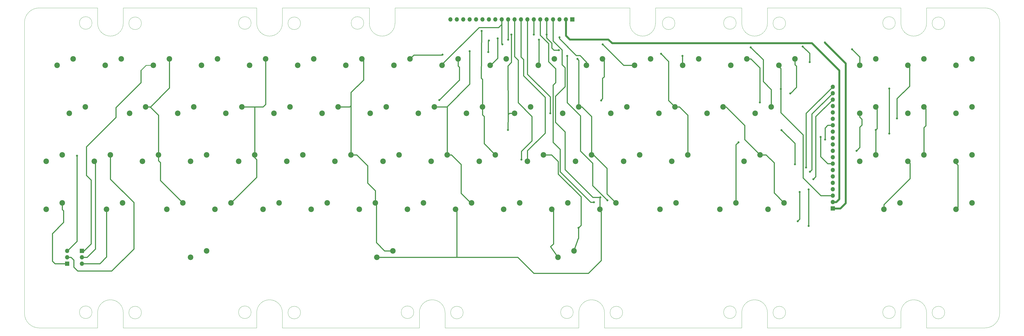
<source format=gbl>
G04 #@! TF.GenerationSoftware,KiCad,Pcbnew,(5.1.5)-3*
G04 #@! TF.CreationDate,2020-08-08T22:19:47-04:00*
G04 #@! TF.ProjectId,petkb,7065746b-622e-46b6-9963-61645f706362,rev?*
G04 #@! TF.SameCoordinates,Original*
G04 #@! TF.FileFunction,Copper,L2,Bot*
G04 #@! TF.FilePolarity,Positive*
%FSLAX46Y46*%
G04 Gerber Fmt 4.6, Leading zero omitted, Abs format (unit mm)*
G04 Created by KiCad (PCBNEW (5.1.5)-3) date 2020-08-08 22:19:47*
%MOMM*%
%LPD*%
G04 APERTURE LIST*
%ADD10C,0.050000*%
%ADD11C,2.200000*%
%ADD12O,1.700000X1.700000*%
%ADD13R,1.700000X1.700000*%
%ADD14C,0.800000*%
%ADD15C,0.400000*%
%ADD16C,0.250000*%
%ADD17C,0.750000*%
G04 APERTURE END LIST*
D10*
X256667000Y-27813000D02*
X236474000Y-27813000D01*
X266827000Y-27813000D02*
X300990000Y-27813000D01*
X256667000Y-33909000D02*
X256667000Y-27813000D01*
X266827000Y-27813000D02*
X266827000Y-33909000D01*
X266827000Y-33909000D02*
G75*
G02X256667000Y-33909000I-5080000J0D01*
G01*
X163703000Y-27813000D02*
X183515000Y-27813000D01*
X119126000Y-27813000D02*
X153543000Y-27813000D01*
X151344000Y-33782000D02*
G75*
G03X151344000Y-33782000I-2500000J0D01*
G01*
X163703000Y-33909000D02*
G75*
G02X153543000Y-33909000I-5080000J0D01*
G01*
X253833000Y-148717000D02*
G75*
G03X253833000Y-148717000I-2500000J0D01*
G01*
X43775000Y-148590000D02*
G75*
G03X43775000Y-148590000I-2500000J0D01*
G01*
X274534000Y-33909000D02*
G75*
G03X274534000Y-33909000I-2500000J0D01*
G01*
X361783000Y-33782000D02*
G75*
G03X361783000Y-33782000I-2500000J0D01*
G01*
X381341000Y-33909000D02*
G75*
G03X381341000Y-33909000I-2500000J0D01*
G01*
X298791000Y-33782000D02*
G75*
G03X298791000Y-33782000I-2500000J0D01*
G01*
X318349000Y-33909000D02*
G75*
G03X318349000Y-33909000I-2500000J0D01*
G01*
X106767000Y-33782000D02*
G75*
G03X106767000Y-33782000I-2500000J0D01*
G01*
X126325000Y-33909000D02*
G75*
G03X126325000Y-33909000I-2500000J0D01*
G01*
X63333000Y-148717000D02*
G75*
G03X63333000Y-148717000I-2500000J0D01*
G01*
X171156000Y-148590000D02*
G75*
G03X171156000Y-148590000I-2500000J0D01*
G01*
X190714000Y-148717000D02*
G75*
G03X190714000Y-148717000I-2500000J0D01*
G01*
X298791000Y-148590000D02*
G75*
G03X298791000Y-148590000I-2500000J0D01*
G01*
X318349000Y-148717000D02*
G75*
G03X318349000Y-148717000I-2500000J0D01*
G01*
X43775000Y-33782000D02*
G75*
G03X43775000Y-33782000I-2500000J0D01*
G01*
X63333000Y-33909000D02*
G75*
G03X63333000Y-33909000I-2500000J0D01*
G01*
X106767000Y-148590000D02*
G75*
G03X106767000Y-148590000I-2500000J0D01*
G01*
X126325000Y-148717000D02*
G75*
G03X126325000Y-148717000I-2500000J0D01*
G01*
X234275000Y-148590000D02*
G75*
G03X234275000Y-148590000I-2500000J0D01*
G01*
X361783000Y-148590000D02*
G75*
G03X361783000Y-148590000I-2500000J0D01*
G01*
X381341000Y-148717000D02*
G75*
G03X381341000Y-148717000I-2500000J0D01*
G01*
X397256000Y-27813000D02*
X374142000Y-27813000D01*
X403098000Y-148971000D02*
X403098000Y-33655000D01*
X397256000Y-154813000D02*
X374142000Y-154813000D01*
X22860000Y-154813000D02*
X45974000Y-154813000D01*
X17018000Y-33655000D02*
X17018000Y-148971000D01*
X22860000Y-27813000D02*
X45974000Y-27813000D01*
X17018000Y-33655000D02*
G75*
G02X22860000Y-27813000I5842000J0D01*
G01*
X22860000Y-154813000D02*
G75*
G02X17018000Y-148971000I0J5842000D01*
G01*
X403098000Y-148971000D02*
G75*
G02X397256000Y-154813000I-5842000J0D01*
G01*
X397256000Y-27813000D02*
G75*
G02X403098000Y-33655000I0J-5842000D01*
G01*
X311150000Y-154813000D02*
X363982000Y-154813000D01*
X246634000Y-154813000D02*
X300990000Y-154813000D01*
X183515000Y-154813000D02*
X236474000Y-154813000D01*
X119126000Y-154813000D02*
X173355000Y-154813000D01*
X56134000Y-154813000D02*
X108966000Y-154813000D01*
X374142000Y-148717000D02*
X374142000Y-154813000D01*
X363982000Y-148717000D02*
X363982000Y-154813000D01*
X311150000Y-148717000D02*
X311150000Y-154813000D01*
X300990000Y-148717000D02*
X300990000Y-154813000D01*
X246634000Y-148717000D02*
X246634000Y-154813000D01*
X236474000Y-148717000D02*
X236474000Y-154813000D01*
X183515000Y-148717000D02*
X183515000Y-154813000D01*
X173355000Y-148717000D02*
X173355000Y-154813000D01*
X119126000Y-148717000D02*
X119126000Y-154813000D01*
X108966000Y-148717000D02*
X108966000Y-154813000D01*
X56134000Y-148717000D02*
X56134000Y-154813000D01*
X45974000Y-148717000D02*
X45974000Y-154813000D01*
X45974000Y-148717000D02*
G75*
G02X56134000Y-148717000I5080000J0D01*
G01*
X108966000Y-148717000D02*
G75*
G02X119126000Y-148717000I5080000J0D01*
G01*
X173355000Y-148717000D02*
G75*
G02X183515000Y-148717000I5080000J0D01*
G01*
X236474000Y-148717000D02*
G75*
G02X246634000Y-148717000I5080000J0D01*
G01*
X300990000Y-148717000D02*
G75*
G02X311150000Y-148717000I5080000J0D01*
G01*
X363982000Y-148717000D02*
G75*
G02X374142000Y-148717000I5080000J0D01*
G01*
X311150000Y-27813000D02*
X363982000Y-27813000D01*
X183515000Y-27813000D02*
X236474000Y-27813000D01*
X56134000Y-27813000D02*
X108966000Y-27813000D01*
X108966000Y-33909000D02*
X108966000Y-27813000D01*
X119126000Y-33909000D02*
X119126000Y-27813000D01*
X153543000Y-33909000D02*
X153543000Y-27813000D01*
X163703000Y-33909000D02*
X163703000Y-27813000D01*
X300990000Y-33909000D02*
X300990000Y-27813000D01*
X311150000Y-33909000D02*
X311150000Y-27813000D01*
X45974000Y-33909000D02*
X45974000Y-27813000D01*
X56134000Y-33909000D02*
X56134000Y-27813000D01*
X56134000Y-33909000D02*
G75*
G02X45974000Y-33909000I-5080000J0D01*
G01*
X119126000Y-33909000D02*
G75*
G02X108966000Y-33909000I-5080000J0D01*
G01*
X311150000Y-33909000D02*
G75*
G02X300990000Y-33909000I-5080000J0D01*
G01*
X374142000Y-33909000D02*
G75*
G02X363982000Y-33909000I-5080000J0D01*
G01*
X363982000Y-33909000D02*
X363982000Y-27813000D01*
X374142000Y-33909000D02*
X374142000Y-27813000D01*
D11*
X392176000Y-86106000D03*
X385826000Y-88646000D03*
X315722000Y-50546000D03*
X322072000Y-48006000D03*
X245872000Y-48006000D03*
X239522000Y-50546000D03*
D12*
X336994500Y-59118500D03*
X336994500Y-61658500D03*
X336994500Y-64198500D03*
X336994500Y-66738500D03*
X336994500Y-69278500D03*
X336994500Y-71818500D03*
X336994500Y-74358500D03*
X336994500Y-76898500D03*
X336994500Y-79438500D03*
X336994500Y-81978500D03*
X336994500Y-84518500D03*
X336994500Y-87058500D03*
X336994500Y-89598500D03*
X336994500Y-92138500D03*
X336994500Y-94678500D03*
X336994500Y-97218500D03*
X336994500Y-99758500D03*
X336994500Y-102298500D03*
X336994500Y-104838500D03*
D13*
X336994500Y-107378500D03*
D11*
X156527500Y-126746000D03*
X162877500Y-124206000D03*
X82740500Y-126746000D03*
X89090500Y-124206000D03*
D12*
X33909000Y-124206000D03*
X33909000Y-126746000D03*
D13*
X33909000Y-129286000D03*
D12*
X39751000Y-129286000D03*
X39751000Y-126746000D03*
D13*
X39751000Y-124206000D03*
D12*
X185674000Y-32385000D03*
X188214000Y-32385000D03*
X190754000Y-32385000D03*
X193294000Y-32385000D03*
X195834000Y-32385000D03*
X198374000Y-32385000D03*
X200914000Y-32385000D03*
X203454000Y-32385000D03*
X205994000Y-32385000D03*
X208534000Y-32385000D03*
X211074000Y-32385000D03*
X213614000Y-32385000D03*
X216154000Y-32385000D03*
X218694000Y-32385000D03*
X221234000Y-32385000D03*
X223774000Y-32385000D03*
X226314000Y-32385000D03*
X228854000Y-32385000D03*
X231394000Y-32385000D03*
D13*
X233934000Y-32385000D03*
D11*
X211074000Y-69596000D03*
X217424000Y-67056000D03*
X230124000Y-69596000D03*
X236474000Y-67056000D03*
X347726000Y-50546000D03*
X354076000Y-48006000D03*
X168656000Y-107696000D03*
X175006000Y-105156000D03*
X235204000Y-88646000D03*
X241554000Y-86106000D03*
X222504000Y-86106000D03*
X216154000Y-88646000D03*
X228219000Y-126746000D03*
X234569000Y-124206000D03*
X63754000Y-88646000D03*
X70104000Y-86106000D03*
X385826000Y-107696000D03*
X392176000Y-105156000D03*
X44704000Y-88646000D03*
X51054000Y-86106000D03*
X115824000Y-69596000D03*
X122174000Y-67056000D03*
X198374000Y-67056000D03*
X192024000Y-69596000D03*
X103124000Y-67056000D03*
X96774000Y-69596000D03*
X312674000Y-67056000D03*
X306324000Y-69596000D03*
X268224000Y-69596000D03*
X274574000Y-67056000D03*
X58674000Y-69596000D03*
X65024000Y-67056000D03*
X84074000Y-67056000D03*
X77724000Y-69596000D03*
X160274000Y-67056000D03*
X153924000Y-69596000D03*
X249174000Y-69596000D03*
X255524000Y-67056000D03*
X179324000Y-67056000D03*
X172974000Y-69596000D03*
X134874000Y-69596000D03*
X141224000Y-67056000D03*
X287274000Y-69596000D03*
X293624000Y-67056000D03*
X34798000Y-69596000D03*
X41148000Y-67056000D03*
X301879000Y-88646000D03*
X308229000Y-86106000D03*
X49530000Y-107696000D03*
X55880000Y-105156000D03*
X268605000Y-107696000D03*
X274955000Y-105156000D03*
X357251000Y-107696000D03*
X363601000Y-105156000D03*
X207772000Y-48006000D03*
X201422000Y-50546000D03*
X144272000Y-50546000D03*
X150622000Y-48006000D03*
X93472000Y-48006000D03*
X87122000Y-50546000D03*
X29972000Y-50546000D03*
X36322000Y-48006000D03*
X354076000Y-86106000D03*
X347726000Y-88646000D03*
X244856000Y-107696000D03*
X251206000Y-105156000D03*
X311404000Y-107696000D03*
X317754000Y-105156000D03*
X194056000Y-105156000D03*
X187706000Y-107696000D03*
X98806000Y-105156000D03*
X92456000Y-107696000D03*
X25654000Y-107696000D03*
X32004000Y-105156000D03*
X373126000Y-86106000D03*
X366776000Y-88646000D03*
X292354000Y-107696000D03*
X298704000Y-105156000D03*
X213106000Y-105156000D03*
X206756000Y-107696000D03*
X136906000Y-105156000D03*
X130556000Y-107696000D03*
X73406000Y-107696000D03*
X79756000Y-105156000D03*
X232156000Y-105156000D03*
X225806000Y-107696000D03*
X149606000Y-107696000D03*
X155956000Y-105156000D03*
X117856000Y-105156000D03*
X111506000Y-107696000D03*
X354076000Y-67056000D03*
X347726000Y-69596000D03*
X392176000Y-67056000D03*
X385826000Y-69596000D03*
X254254000Y-88646000D03*
X260604000Y-86106000D03*
X184404000Y-86106000D03*
X178054000Y-88646000D03*
X139954000Y-88646000D03*
X146304000Y-86106000D03*
X108204000Y-86106000D03*
X101854000Y-88646000D03*
X373126000Y-67056000D03*
X366776000Y-69596000D03*
X203454000Y-86106000D03*
X197104000Y-88646000D03*
X273304000Y-88646000D03*
X279654000Y-86106000D03*
X165354000Y-86106000D03*
X159004000Y-88646000D03*
X120904000Y-88646000D03*
X127254000Y-86106000D03*
X89154000Y-86106000D03*
X82804000Y-88646000D03*
X25654000Y-88646000D03*
X32004000Y-86106000D03*
X392176000Y-48006000D03*
X385826000Y-50546000D03*
X283972000Y-48006000D03*
X277622000Y-50546000D03*
X226822000Y-48006000D03*
X220472000Y-50546000D03*
X163322000Y-50546000D03*
X169672000Y-48006000D03*
X112522000Y-48006000D03*
X106172000Y-50546000D03*
X49022000Y-50546000D03*
X55372000Y-48006000D03*
X303022000Y-48006000D03*
X296672000Y-50546000D03*
X366776000Y-50546000D03*
X373126000Y-48006000D03*
X264922000Y-48006000D03*
X258572000Y-50546000D03*
X182372000Y-50546000D03*
X188722000Y-48006000D03*
X131572000Y-48006000D03*
X125222000Y-50546000D03*
X68072000Y-50546000D03*
X74422000Y-48006000D03*
D14*
X354076000Y-76200000D03*
X304546000Y-43434000D03*
X204343000Y-39878000D03*
X228790500Y-39497000D03*
X316420500Y-59944000D03*
X37846000Y-86487000D03*
X200660000Y-45339000D03*
X200914000Y-40767000D03*
X299656500Y-81153000D03*
X333946500Y-80073500D03*
X235902500Y-48069500D03*
X236347000Y-115062000D03*
X197993000Y-36957000D03*
X308165500Y-65341500D03*
X245300500Y-64516000D03*
X320167000Y-61722000D03*
X269017750Y-46005750D03*
X193294000Y-44958000D03*
X325120000Y-43116500D03*
X327850500Y-49276000D03*
X181229000Y-64389000D03*
X182499000Y-46355000D03*
X329311000Y-95758000D03*
X327977500Y-92837000D03*
X326453500Y-91122500D03*
X244983000Y-102997000D03*
X223774000Y-38354000D03*
X228600000Y-44577000D03*
X247777000Y-104140000D03*
X231902000Y-46863000D03*
X323913500Y-100901500D03*
X323183250Y-112426750D03*
X242443000Y-104902000D03*
X327469500Y-99885500D03*
X327469500Y-114363500D03*
X218694000Y-38354000D03*
X209804000Y-38354000D03*
X208407000Y-76200000D03*
X346392500Y-84518500D03*
X322008500Y-89852500D03*
X316738000Y-76327000D03*
X225171000Y-69596000D03*
X332232000Y-78994000D03*
X213741000Y-88011000D03*
X208534000Y-40386000D03*
X220726000Y-40386000D03*
X277495000Y-46863000D03*
X359410000Y-77660500D03*
X359410000Y-59817000D03*
X344678000Y-44196000D03*
X206248000Y-42291000D03*
X362458000Y-71628000D03*
X245935500Y-42291000D03*
X333883000Y-41529000D03*
D15*
X354076000Y-86106000D02*
X354076000Y-76200000D01*
X354076000Y-76200000D02*
X354584000Y-75692000D01*
X354584000Y-67564000D02*
X354076000Y-67056000D01*
X354584000Y-75692000D02*
X354584000Y-67564000D01*
X312674000Y-67056000D02*
X312674000Y-60198000D01*
X312674000Y-60198000D02*
X309499000Y-57023000D01*
X309499000Y-57023000D02*
X309499000Y-48387000D01*
X304546000Y-43434000D02*
X309499000Y-48387000D01*
X373126000Y-86106000D02*
X373126000Y-75311000D01*
X373126000Y-75311000D02*
X373888000Y-74549000D01*
X373888000Y-67818000D02*
X373126000Y-67056000D01*
X373888000Y-74549000D02*
X373888000Y-67818000D01*
X201422000Y-50546000D02*
X201549000Y-50546000D01*
X204343000Y-47752000D02*
X204343000Y-39878000D01*
X201549000Y-50546000D02*
X204343000Y-47752000D01*
X315722000Y-50546000D02*
X315722000Y-51181000D01*
X315722000Y-51181000D02*
X316420500Y-51879500D01*
X228790500Y-39497000D02*
X228790500Y-40005000D01*
X228790500Y-40005000D02*
X235458000Y-46672500D01*
X235458000Y-46672500D02*
X236918500Y-46672500D01*
X239522000Y-49276000D02*
X239522000Y-50546000D01*
X236918500Y-46672500D02*
X239522000Y-49276000D01*
X316420500Y-51879500D02*
X316420500Y-59944000D01*
X332295500Y-102298500D02*
X336994500Y-102298500D01*
X325247000Y-95250000D02*
X332295500Y-102298500D01*
X325247000Y-78168500D02*
X325247000Y-95250000D01*
X316420500Y-69342000D02*
X325247000Y-78168500D01*
X316420500Y-59944000D02*
X316420500Y-69342000D01*
X247650000Y-101600000D02*
X251206000Y-105156000D01*
X247650000Y-91440000D02*
X247650000Y-101600000D01*
X33909000Y-124206000D02*
X34036000Y-124206000D01*
X37846000Y-120396000D02*
X34036000Y-124206000D01*
X37846000Y-86487000D02*
X37846000Y-120396000D01*
X241554000Y-86106000D02*
X241554000Y-70866000D01*
X237744000Y-67056000D02*
X236474000Y-67056000D01*
X241554000Y-70866000D02*
X237744000Y-67056000D01*
X200660000Y-45339000D02*
X200660000Y-41021000D01*
D16*
X200660000Y-41021000D02*
X200914000Y-40767000D01*
D15*
X236474000Y-48641000D02*
X236474000Y-67056000D01*
X241554000Y-86106000D02*
X242316000Y-86106000D01*
X242316000Y-86106000D02*
X247650000Y-91440000D01*
X298704000Y-105156000D02*
X298704000Y-82105500D01*
X298704000Y-82105500D02*
X299656500Y-81153000D01*
X335026000Y-74358500D02*
X336994500Y-74358500D01*
X333946500Y-80073500D02*
X333946500Y-75438000D01*
X333946500Y-75438000D02*
X335026000Y-74358500D01*
X235902500Y-48069500D02*
X236474000Y-48641000D01*
X236347000Y-115062000D02*
X237363000Y-114046000D01*
X237363000Y-114046000D02*
X237363000Y-113538000D01*
X234569000Y-124206000D02*
X234569000Y-123952000D01*
X234569000Y-123952000D02*
X236220000Y-119380000D01*
X237363000Y-113538000D02*
X237363000Y-102743000D01*
X228346000Y-88773000D02*
X225679000Y-86106000D01*
X225679000Y-86106000D02*
X222504000Y-86106000D01*
X228346000Y-93726000D02*
X228346000Y-88773000D01*
X237363000Y-102743000D02*
X228346000Y-93726000D01*
X198374000Y-56134000D02*
X198374000Y-67056000D01*
X197993000Y-36957000D02*
X197866000Y-55626000D01*
X197866000Y-55626000D02*
X198374000Y-56134000D01*
X198374000Y-67056000D02*
X198374000Y-70231000D01*
X198374000Y-70231000D02*
X199009000Y-70866000D01*
X199009000Y-81661000D02*
X203454000Y-86106000D01*
X199009000Y-70866000D02*
X199009000Y-81661000D01*
X236347000Y-115062000D02*
X236347000Y-119253000D01*
X236347000Y-119253000D02*
X236220000Y-119380000D01*
X304577634Y-48006000D02*
X308165500Y-51593866D01*
X303022000Y-48006000D02*
X304577634Y-48006000D01*
X308165500Y-51593866D02*
X308165500Y-65341500D01*
X245872000Y-62865000D02*
X245872000Y-55753000D01*
X245872000Y-55753000D02*
X246507000Y-55118000D01*
X246507000Y-48641000D02*
X245872000Y-48006000D01*
X246507000Y-55118000D02*
X246507000Y-48641000D01*
X245872000Y-62865000D02*
X245872000Y-63817500D01*
X245872000Y-63817500D02*
X245300500Y-64389000D01*
X245300500Y-64389000D02*
X245300500Y-64516000D01*
X308229000Y-86106000D02*
X310642000Y-86106000D01*
X310642000Y-86106000D02*
X313817000Y-89281000D01*
X313817000Y-101219000D02*
X317754000Y-105156000D01*
X313817000Y-89281000D02*
X313817000Y-101219000D01*
X293624000Y-67056000D02*
X294767000Y-67056000D01*
X294767000Y-67056000D02*
X302133000Y-74422000D01*
X302133000Y-80010000D02*
X308229000Y-86106000D01*
X302133000Y-74422000D02*
X302133000Y-80010000D01*
X274574000Y-67056000D02*
X276352000Y-67056000D01*
X279654000Y-70358000D02*
X279654000Y-86106000D01*
X276352000Y-67056000D02*
X279654000Y-70358000D01*
X322072000Y-48006000D02*
X322072000Y-50355500D01*
X322072000Y-50355500D02*
X322643500Y-50927000D01*
X322643500Y-50927000D02*
X322643500Y-59309000D01*
X322643500Y-59309000D02*
X320230500Y-61722000D01*
X320230500Y-61722000D02*
X320167000Y-61722000D01*
X272034000Y-64516000D02*
X274574000Y-67056000D01*
X272034000Y-49022000D02*
X272034000Y-64516000D01*
X269017750Y-46005750D02*
X272034000Y-49022000D01*
X184404000Y-86106000D02*
X184404000Y-70104000D01*
X181356000Y-67056000D02*
X179324000Y-67056000D01*
X194056000Y-105156000D02*
X193675000Y-105156000D01*
X193675000Y-105156000D02*
X189865000Y-101346000D01*
X189865000Y-101346000D02*
X189865000Y-89916000D01*
X186055000Y-86106000D02*
X184404000Y-86106000D01*
X189865000Y-89916000D02*
X186055000Y-86106000D01*
X179324000Y-67056000D02*
X182626000Y-67056000D01*
X184404000Y-70104000D02*
X184404000Y-68834000D01*
X193294000Y-58039000D02*
X184277000Y-67056000D01*
X193294000Y-44958000D02*
X193294000Y-58039000D01*
X184277000Y-67056000D02*
X182626000Y-67056000D01*
X184404000Y-68834000D02*
X184404000Y-67183000D01*
X184404000Y-67183000D02*
X184277000Y-67056000D01*
X327850500Y-45847000D02*
X327691750Y-45688250D01*
X327850500Y-49276000D02*
X327850500Y-45847000D01*
X325120000Y-43116500D02*
X327691750Y-45688250D01*
X156337000Y-105537000D02*
X155956000Y-105156000D01*
X156337000Y-120396000D02*
X156337000Y-105537000D01*
X155956000Y-105156000D02*
X155956000Y-100330000D01*
X155956000Y-100330000D02*
X152908000Y-97282000D01*
X152908000Y-97282000D02*
X152908000Y-90424000D01*
X148590000Y-86106000D02*
X146304000Y-86106000D01*
X152908000Y-90424000D02*
X148590000Y-86106000D01*
X141224000Y-67056000D02*
X143510000Y-67056000D01*
X146304000Y-69850000D02*
X146304000Y-86106000D01*
X146304000Y-69850000D02*
X146304000Y-66548000D01*
X146304000Y-66548000D02*
X146304000Y-61341000D01*
X151257000Y-56388000D02*
X151257000Y-48641000D01*
X151257000Y-48641000D02*
X150622000Y-48006000D01*
X146304000Y-61341000D02*
X151257000Y-56388000D01*
X188722000Y-48006000D02*
X188722000Y-50800000D01*
X188722000Y-50800000D02*
X189230000Y-51308000D01*
X189230000Y-51308000D02*
X189230000Y-56515000D01*
X189230000Y-56515000D02*
X189103000Y-56515000D01*
X189103000Y-56515000D02*
X181229000Y-64389000D01*
X141224000Y-67056000D02*
X145796000Y-67056000D01*
X145796000Y-67056000D02*
X146304000Y-66548000D01*
X171196000Y-46482000D02*
X169672000Y-48006000D01*
X182372000Y-46482000D02*
X171196000Y-46482000D01*
X182499000Y-46355000D02*
X182372000Y-46482000D01*
X156337000Y-120396000D02*
X156337000Y-120967500D01*
X159590500Y-124221000D02*
X163106000Y-124221000D01*
X156337000Y-120967500D02*
X159590500Y-124221000D01*
X329311000Y-95758000D02*
X330263500Y-94805500D01*
X330263500Y-70929500D02*
X336994500Y-64198500D01*
X330263500Y-94805500D02*
X330263500Y-70929500D01*
X108204000Y-86106000D02*
X108204000Y-70358000D01*
D16*
X104902000Y-67056000D02*
X103124000Y-67056000D01*
D15*
X112522000Y-48006000D02*
X112522000Y-66040000D01*
X108204000Y-86106000D02*
X108204000Y-87249000D01*
X108204000Y-87249000D02*
X108966000Y-88011000D01*
X108966000Y-94996000D02*
X98806000Y-105156000D01*
X108966000Y-88011000D02*
X108966000Y-94996000D01*
X111506000Y-67056000D02*
X112522000Y-66040000D01*
X108204000Y-67183000D02*
X108077000Y-67056000D01*
X108204000Y-70358000D02*
X108204000Y-67183000D01*
X103124000Y-67056000D02*
X108077000Y-67056000D01*
X108077000Y-67056000D02*
X111506000Y-67056000D01*
X327977500Y-92837000D02*
X328739500Y-92075000D01*
X328739500Y-69913500D02*
X336994500Y-61658500D01*
X328739500Y-92075000D02*
X328739500Y-69913500D01*
X70104000Y-86106000D02*
X70104000Y-70358000D01*
X66802000Y-67056000D02*
X65024000Y-67056000D01*
X70104000Y-70358000D02*
X66802000Y-67056000D01*
X74422000Y-48006000D02*
X74422000Y-59563000D01*
X70104000Y-86106000D02*
X70104000Y-88392000D01*
X70104000Y-88392000D02*
X70866000Y-89154000D01*
X70866000Y-96266000D02*
X79756000Y-105156000D01*
X70866000Y-89154000D02*
X70866000Y-96266000D01*
X65024000Y-67056000D02*
X66929000Y-67056000D01*
X66929000Y-67056000D02*
X74422000Y-59563000D01*
X32004000Y-105156000D02*
X32004000Y-107823000D01*
X32004000Y-107823000D02*
X32512000Y-108331000D01*
X32512000Y-108331000D02*
X32512000Y-112903000D01*
X32512000Y-112903000D02*
X28067000Y-117348000D01*
X28067000Y-117348000D02*
X28067000Y-128270000D01*
X29083000Y-129286000D02*
X33909000Y-129286000D01*
X28067000Y-128270000D02*
X29083000Y-129286000D01*
X326453500Y-69659500D02*
X336994500Y-59118500D01*
X326453500Y-91122500D02*
X326453500Y-69659500D01*
X188214000Y-114300000D02*
X188214000Y-108204000D01*
X188214000Y-108204000D02*
X187706000Y-107696000D01*
D16*
X244856000Y-107696000D02*
X244729000Y-107696000D01*
D15*
X244856000Y-103124000D02*
X244856000Y-107696000D01*
D16*
X244983000Y-102997000D02*
X244856000Y-103124000D01*
D15*
X226314000Y-40894000D02*
X226314000Y-32385000D01*
X231013000Y-55372000D02*
X231013000Y-54991000D01*
X227203000Y-73152000D02*
X227203000Y-62865000D01*
X244983000Y-102997000D02*
X242062000Y-102997000D01*
X229870000Y-75819000D02*
X227203000Y-73152000D01*
X244856000Y-107696000D02*
X244856000Y-108331000D01*
X244856000Y-108331000D02*
X245364000Y-108839000D01*
X245364000Y-108839000D02*
X245364000Y-128016000D01*
X245364000Y-128016000D02*
X240284000Y-133096000D01*
X240284000Y-133096000D02*
X218694000Y-133096000D01*
X188214000Y-114300000D02*
X188214000Y-125603000D01*
X188214000Y-125603000D02*
X188214000Y-125984000D01*
X231267000Y-92202000D02*
X242062000Y-102997000D01*
X227203000Y-73152000D02*
X231013000Y-76962000D01*
X231013000Y-91948000D02*
X231267000Y-92202000D01*
X231013000Y-76962000D02*
X231013000Y-91948000D01*
X231013000Y-54991000D02*
X231013000Y-59055000D01*
X231013000Y-59055000D02*
X227203000Y-62865000D01*
X188214000Y-126746000D02*
X212344000Y-126746000D01*
X212344000Y-126746000D02*
X218694000Y-133096000D01*
X188214000Y-125603000D02*
X188214000Y-126746000D01*
X156756000Y-126761000D02*
X175768000Y-126746000D01*
X187452000Y-126746000D02*
X188214000Y-126746000D01*
X175768000Y-126746000D02*
X187452000Y-126746000D01*
X229870000Y-50355500D02*
X231013000Y-51498500D01*
X229870000Y-44450000D02*
X229870000Y-50355500D01*
X231013000Y-54991000D02*
X231013000Y-51498500D01*
X229870000Y-44450000D02*
X226314000Y-40894000D01*
X223774000Y-38354000D02*
X223774000Y-39751000D01*
D16*
X228727000Y-44704000D02*
X228600000Y-44577000D01*
D15*
X231902000Y-65405000D02*
X237109000Y-70612000D01*
X237109000Y-70612000D02*
X237109000Y-84582000D01*
X237109000Y-84582000D02*
X241935000Y-89408000D01*
X241935000Y-89408000D02*
X241935000Y-98298000D01*
X241935000Y-98298000D02*
X247777000Y-104140000D01*
X223774000Y-32385000D02*
X223774000Y-38354000D01*
X231902000Y-46863000D02*
X231902000Y-65405000D01*
X225806000Y-41783000D02*
X225806000Y-43751500D01*
X223774000Y-39751000D02*
X225806000Y-41783000D01*
X226631500Y-44577000D02*
X228600000Y-44577000D01*
X225806000Y-43751500D02*
X226631500Y-44577000D01*
X323913500Y-100901500D02*
X323913500Y-111633000D01*
X323913500Y-111633000D02*
X323183250Y-112363250D01*
X323183250Y-112363250D02*
X323183250Y-112426750D01*
X357251000Y-107696000D02*
X357251000Y-105854500D01*
X357251000Y-105854500D02*
X367601500Y-95504000D01*
X367601500Y-89471500D02*
X366776000Y-88646000D01*
X367601500Y-95504000D02*
X367601500Y-89471500D01*
X228219000Y-126746000D02*
X225298000Y-122555000D01*
X225298000Y-122555000D02*
X226441000Y-121412000D01*
X226441000Y-108331000D02*
X225806000Y-107696000D01*
X226441000Y-121412000D02*
X226441000Y-108331000D01*
X241173000Y-104902000D02*
X242443000Y-104902000D01*
X224536000Y-49149000D02*
X227330000Y-51943000D01*
X224536000Y-41910000D02*
X224536000Y-49149000D01*
X221234000Y-32385000D02*
X221234000Y-38608000D01*
X229108000Y-83947000D02*
X229108000Y-92075000D01*
X227330000Y-51943000D02*
X227330000Y-57404000D01*
X221234000Y-38608000D02*
X224536000Y-41910000D01*
X226314000Y-68580000D02*
X226314000Y-81153000D01*
X226314000Y-81153000D02*
X229108000Y-83947000D01*
X49530000Y-107696000D02*
X49530000Y-126619000D01*
X46863000Y-129286000D02*
X39751000Y-129286000D01*
X49530000Y-126619000D02*
X46863000Y-129286000D01*
X229108000Y-92075000D02*
X229108000Y-92837000D01*
X229108000Y-92837000D02*
X241173000Y-104902000D01*
X226314000Y-68580000D02*
X226314000Y-58420000D01*
X226314000Y-58420000D02*
X227330000Y-57404000D01*
X327469500Y-99885500D02*
X327469500Y-114363500D01*
X385826000Y-88646000D02*
X385826000Y-89471500D01*
X385826000Y-89471500D02*
X386524500Y-90170000D01*
X386524500Y-106997500D02*
X385826000Y-107696000D01*
X386524500Y-90170000D02*
X386524500Y-106997500D01*
X209804000Y-38354000D02*
X209804000Y-49403000D01*
X209804000Y-49403000D02*
X208407000Y-50800000D01*
X209042000Y-69596000D02*
X208534000Y-70104000D01*
X211074000Y-69596000D02*
X209042000Y-69596000D01*
X208407000Y-50800000D02*
X208534000Y-70104000D01*
X208534000Y-70104000D02*
X208407000Y-76200000D01*
X218694000Y-32385000D02*
X218694000Y-38354000D01*
X347706001Y-83204999D02*
X347706001Y-75140499D01*
X346392500Y-84518500D02*
X347706001Y-83204999D01*
X347706001Y-75140499D02*
X348551500Y-74295000D01*
X348551500Y-71977134D02*
X348551500Y-72136000D01*
X347726000Y-71151634D02*
X348551500Y-71977134D01*
X347726000Y-69596000D02*
X347726000Y-71151634D01*
X348551500Y-74295000D02*
X348551500Y-72136000D01*
X322008500Y-81597500D02*
X316738000Y-76327000D01*
X322008500Y-89852500D02*
X322008500Y-81597500D01*
X225171000Y-63119000D02*
X225171000Y-69596000D01*
X216154000Y-32385000D02*
X216154000Y-54102000D01*
X216154000Y-54102000D02*
X225171000Y-63119000D01*
X332232000Y-82867500D02*
X332232000Y-86804500D01*
X335026000Y-89598500D02*
X336994500Y-89598500D01*
X332232000Y-86804500D02*
X335026000Y-89598500D01*
X332232000Y-78994000D02*
X332232000Y-82867500D01*
X213614000Y-46609000D02*
X213614000Y-32385000D01*
X223139000Y-63246000D02*
X214630000Y-54737000D01*
X216154000Y-84455000D02*
X223139000Y-77470000D01*
X223139000Y-77470000D02*
X223139000Y-63246000D01*
X216154000Y-88646000D02*
X216154000Y-84455000D01*
X213614000Y-46609000D02*
X213614000Y-47244000D01*
X214630000Y-48260000D02*
X214630000Y-54737000D01*
X213614000Y-47244000D02*
X214630000Y-48260000D01*
X213741000Y-84709000D02*
X213741000Y-88011000D01*
X212471000Y-48514000D02*
X212471000Y-65405000D01*
X217932000Y-80518000D02*
X213741000Y-84709000D01*
X212471000Y-65405000D02*
X217932000Y-70866000D01*
X211074000Y-32385000D02*
X211074000Y-47117000D01*
X211074000Y-47117000D02*
X212471000Y-48514000D01*
X217932000Y-70866000D02*
X217932000Y-80518000D01*
X220726000Y-50292000D02*
X220472000Y-50546000D01*
X220726000Y-40386000D02*
X220726000Y-50292000D01*
X277495000Y-46863000D02*
X277495000Y-50419000D01*
X277495000Y-50419000D02*
X277622000Y-50546000D01*
X208534000Y-40386000D02*
X208534000Y-32385000D01*
X347726000Y-50546000D02*
X347726000Y-47244000D01*
X359410000Y-77660500D02*
X359410000Y-59817000D01*
X347726000Y-47244000D02*
X344678000Y-44196000D01*
X44704000Y-79756000D02*
X53213000Y-71247000D01*
X53213000Y-71247000D02*
X53213000Y-67310000D01*
X53213000Y-67310000D02*
X63119000Y-57404000D01*
X63119000Y-57404000D02*
X63119000Y-52578000D01*
D16*
X65151000Y-50546000D02*
X68072000Y-50546000D01*
X63119000Y-52578000D02*
X65151000Y-50546000D01*
D15*
X196977000Y-35560000D02*
X203835000Y-35560000D01*
D16*
X205994000Y-42037000D02*
X206248000Y-42291000D01*
D15*
X205994000Y-33401000D02*
X205994000Y-42037000D01*
X205994000Y-33401000D02*
X205994000Y-32385000D01*
X182372000Y-50546000D02*
X182372000Y-50165000D01*
X182372000Y-50165000D02*
X196977000Y-35560000D01*
X205994000Y-32385000D02*
X205994000Y-34290000D01*
X204724000Y-35560000D02*
X196977000Y-35560000D01*
X205994000Y-34290000D02*
X204724000Y-35560000D01*
X39751000Y-124206000D02*
X40640000Y-124206000D01*
X40640000Y-124206000D02*
X43434000Y-121412000D01*
X43434000Y-121412000D02*
X43434000Y-96139000D01*
X43434000Y-96139000D02*
X41529000Y-94234000D01*
X41529000Y-82931000D02*
X44704000Y-79756000D01*
X41529000Y-94234000D02*
X41529000Y-82931000D01*
X362458000Y-71628000D02*
X362458000Y-63817500D01*
X362458000Y-63817500D02*
X367411000Y-58864500D01*
X367411000Y-51181000D02*
X366776000Y-50546000D01*
X367411000Y-58864500D02*
X367411000Y-51181000D01*
X258572000Y-50546000D02*
X254190500Y-50546000D01*
X254190500Y-50546000D02*
X245935500Y-42291000D01*
X51054000Y-86106000D02*
X51054000Y-95758000D01*
X35433000Y-126746000D02*
X33909000Y-126746000D01*
X36576000Y-127889000D02*
X35433000Y-126746000D01*
X36576000Y-130683000D02*
X36576000Y-127889000D01*
X38100000Y-132207000D02*
X36576000Y-130683000D01*
X51562000Y-132207000D02*
X38100000Y-132207000D01*
X60325000Y-123444000D02*
X51562000Y-132207000D01*
X60325000Y-105029000D02*
X60325000Y-123444000D01*
X51054000Y-95758000D02*
X60325000Y-105029000D01*
X39751000Y-126746000D02*
X41783000Y-126746000D01*
X41783000Y-126746000D02*
X45085000Y-123444000D01*
X45085000Y-89027000D02*
X44704000Y-88646000D01*
X45085000Y-123444000D02*
X45085000Y-89027000D01*
D17*
X231394000Y-38798500D02*
X231394000Y-32385000D01*
X232918000Y-40322500D02*
X231394000Y-38798500D01*
X248158000Y-40322500D02*
X232918000Y-40322500D01*
X336994500Y-104838500D02*
X338391500Y-104838500D01*
X339598000Y-103632000D02*
X339598000Y-52641500D01*
X339598000Y-52641500D02*
X328739500Y-41783000D01*
X328739500Y-41783000D02*
X249618500Y-41783000D01*
X338391500Y-104838500D02*
X339598000Y-103632000D01*
X249618500Y-41783000D02*
X248158000Y-40322500D01*
X333883000Y-41529000D02*
X333883000Y-41592500D01*
X333883000Y-41592500D02*
X342074500Y-49784000D01*
X342074500Y-49784000D02*
X342074500Y-105283000D01*
X339979000Y-107378500D02*
X336994500Y-107378500D01*
X342074500Y-105283000D02*
X339979000Y-107378500D01*
M02*

</source>
